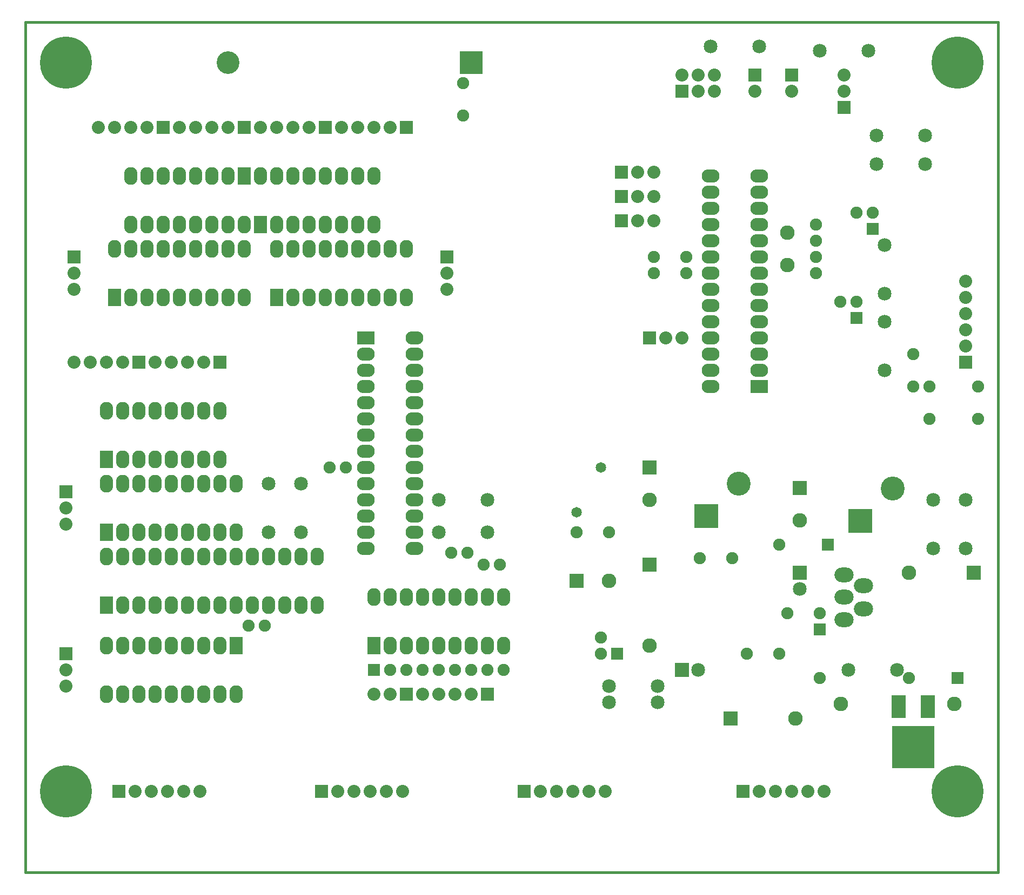
<source format=gbs>
G04 (created by PCBNEW-RS274X (2011-05-25)-stable) date Mon 06 Aug 2012 12:34:40 PM MDT*
G01*
G70*
G90*
%MOIN*%
G04 Gerber Fmt 3.4, Leading zero omitted, Abs format*
%FSLAX34Y34*%
G04 APERTURE LIST*
%ADD10C,0.006000*%
%ADD11C,0.015000*%
%ADD12R,0.140000X0.140000*%
%ADD13C,0.140000*%
%ADD14R,0.080000X0.080000*%
%ADD15C,0.080000*%
%ADD16O,0.110000X0.082000*%
%ADD17R,0.110000X0.082000*%
%ADD18O,0.082000X0.110000*%
%ADD19R,0.082000X0.110000*%
%ADD20C,0.090000*%
%ADD21R,0.090000X0.090000*%
%ADD22R,0.075000X0.075000*%
%ADD23C,0.075000*%
%ADD24R,0.085000X0.085000*%
%ADD25C,0.085000*%
%ADD26O,0.118400X0.090900*%
%ADD27C,0.320000*%
%ADD28R,0.085000X0.140000*%
%ADD29R,0.260000X0.260000*%
%ADD30R,0.147600X0.147600*%
%ADD31C,0.147600*%
%ADD32C,0.065000*%
G04 APERTURE END LIST*
G54D10*
G54D11*
X28250Y-64750D02*
X28250Y-62500D01*
X88250Y-64750D02*
X88250Y-62500D01*
X88250Y-61250D02*
X88250Y-62500D01*
X28250Y-62500D02*
X28250Y-60750D01*
X28250Y-12250D02*
X28250Y-62250D01*
X88250Y-12250D02*
X28250Y-12250D01*
X88250Y-62250D02*
X88250Y-12250D01*
X28250Y-64750D02*
X88250Y-64750D01*
G54D12*
X55750Y-14750D03*
G54D13*
X40750Y-14750D03*
G54D14*
X65000Y-23000D03*
G54D15*
X66000Y-23000D03*
X67000Y-23000D03*
G54D14*
X65000Y-24500D03*
G54D15*
X66000Y-24500D03*
X67000Y-24500D03*
G54D14*
X65000Y-21500D03*
G54D15*
X66000Y-21500D03*
X67000Y-21500D03*
G54D14*
X34000Y-59750D03*
G54D15*
X35000Y-59750D03*
X36000Y-59750D03*
X37000Y-59750D03*
X38000Y-59750D03*
X39000Y-59750D03*
G54D14*
X46500Y-59750D03*
G54D15*
X47500Y-59750D03*
X48500Y-59750D03*
X49500Y-59750D03*
X50500Y-59750D03*
X51500Y-59750D03*
G54D16*
X49250Y-32750D03*
X49250Y-33750D03*
X49250Y-34750D03*
X49250Y-35750D03*
X49250Y-36750D03*
X49250Y-37750D03*
X49250Y-38750D03*
X49250Y-39750D03*
X49250Y-40750D03*
X49250Y-41750D03*
X49250Y-42750D03*
X49250Y-43750D03*
X49250Y-44750D03*
G54D17*
X49250Y-31750D03*
G54D16*
X52250Y-44750D03*
X52250Y-43750D03*
X52250Y-42750D03*
X52250Y-41750D03*
X52250Y-40750D03*
X52250Y-39750D03*
X52250Y-38750D03*
X52250Y-37750D03*
X52250Y-36750D03*
X52250Y-35750D03*
X52250Y-34750D03*
X52250Y-33750D03*
X52250Y-32750D03*
X52250Y-31750D03*
G54D18*
X34250Y-48250D03*
X35250Y-48250D03*
X36250Y-48250D03*
X37250Y-48250D03*
X38250Y-48250D03*
X39250Y-48250D03*
X40250Y-48250D03*
X41250Y-48250D03*
X42250Y-48250D03*
X43250Y-48250D03*
X44250Y-48250D03*
X45250Y-48250D03*
X46250Y-48250D03*
G54D19*
X33250Y-48250D03*
G54D18*
X46250Y-45250D03*
X45250Y-45250D03*
X44250Y-45250D03*
X43250Y-45250D03*
X42250Y-45250D03*
X41250Y-45250D03*
X40250Y-45250D03*
X39250Y-45250D03*
X38250Y-45250D03*
X37250Y-45250D03*
X36250Y-45250D03*
X35250Y-45250D03*
X34250Y-45250D03*
X33250Y-45250D03*
G54D19*
X49750Y-50750D03*
G54D18*
X50750Y-50750D03*
X51750Y-50750D03*
X52750Y-50750D03*
X53750Y-50750D03*
X54750Y-50750D03*
X55750Y-50750D03*
X56750Y-50750D03*
X57750Y-50750D03*
X57750Y-47750D03*
X56750Y-47750D03*
X55750Y-47750D03*
X54750Y-47750D03*
X53750Y-47750D03*
X52750Y-47750D03*
X51750Y-47750D03*
X50750Y-47750D03*
X49750Y-47750D03*
G54D20*
X82750Y-46250D03*
G54D21*
X86750Y-46250D03*
G54D22*
X85750Y-52750D03*
G54D23*
X82750Y-52750D03*
X69000Y-26750D03*
X67000Y-26750D03*
X74750Y-51250D03*
X72750Y-51250D03*
X55250Y-18000D03*
X55250Y-16000D03*
X77000Y-26750D03*
X77000Y-27750D03*
X69850Y-45350D03*
X71850Y-45350D03*
X77000Y-25750D03*
X77000Y-24750D03*
G54D14*
X59000Y-59750D03*
G54D15*
X60000Y-59750D03*
X61000Y-59750D03*
X62000Y-59750D03*
X63000Y-59750D03*
X64000Y-59750D03*
G54D21*
X66750Y-39750D03*
G54D20*
X66750Y-41750D03*
G54D23*
X83000Y-34750D03*
X83000Y-32750D03*
G54D20*
X66750Y-50750D03*
G54D21*
X66750Y-45750D03*
G54D20*
X75750Y-55250D03*
G54D21*
X71750Y-55250D03*
G54D22*
X77250Y-49750D03*
G54D23*
X77250Y-52750D03*
G54D22*
X77750Y-44500D03*
G54D23*
X74750Y-44500D03*
G54D14*
X72500Y-59750D03*
G54D15*
X73500Y-59750D03*
X74500Y-59750D03*
X75500Y-59750D03*
X76500Y-59750D03*
X77500Y-59750D03*
G54D16*
X73500Y-33750D03*
X73500Y-32750D03*
X73500Y-31750D03*
X73500Y-30750D03*
X73500Y-29750D03*
X73500Y-28750D03*
X73500Y-27750D03*
X73500Y-26750D03*
X73500Y-25750D03*
X73500Y-24750D03*
X73500Y-23750D03*
X73500Y-22750D03*
X73500Y-21750D03*
G54D17*
X73500Y-34750D03*
G54D16*
X70500Y-21750D03*
X70500Y-22750D03*
X70500Y-23750D03*
X70500Y-24750D03*
X70500Y-25750D03*
X70500Y-26750D03*
X70500Y-27750D03*
X70500Y-28750D03*
X70500Y-29750D03*
X70500Y-30750D03*
X70500Y-31750D03*
X70500Y-32750D03*
X70500Y-33750D03*
X70500Y-34750D03*
G54D14*
X68750Y-16500D03*
G54D15*
X68750Y-15500D03*
X69750Y-16500D03*
X69750Y-15500D03*
X70750Y-16500D03*
X70750Y-15500D03*
G54D23*
X87000Y-34750D03*
X87000Y-36750D03*
X84000Y-34750D03*
X84000Y-36750D03*
G54D24*
X68750Y-52250D03*
G54D25*
X69750Y-52250D03*
G54D21*
X62250Y-46750D03*
G54D20*
X64250Y-46750D03*
G54D23*
X64250Y-43750D03*
X62250Y-43750D03*
G54D21*
X76000Y-41000D03*
G54D20*
X76000Y-43000D03*
G54D24*
X76000Y-46250D03*
G54D25*
X76000Y-47250D03*
G54D23*
X75250Y-48750D03*
X77250Y-48750D03*
X67000Y-27750D03*
X69000Y-27750D03*
G54D25*
X67250Y-54250D03*
X64250Y-54250D03*
X64250Y-53250D03*
X67250Y-53250D03*
X86250Y-41750D03*
X86250Y-44750D03*
X84250Y-44750D03*
X84250Y-41750D03*
X45250Y-43750D03*
X45250Y-40750D03*
X70500Y-13750D03*
X73500Y-13750D03*
G54D22*
X64750Y-51250D03*
G54D23*
X63750Y-51250D03*
X63750Y-50250D03*
G54D20*
X75250Y-25250D03*
X75250Y-27250D03*
G54D19*
X43750Y-29250D03*
G54D18*
X44750Y-29250D03*
X45750Y-29250D03*
X46750Y-29250D03*
X47750Y-29250D03*
X48750Y-29250D03*
X49750Y-29250D03*
X50750Y-29250D03*
X51750Y-29250D03*
X51750Y-26250D03*
X50750Y-26250D03*
X49750Y-26250D03*
X48750Y-26250D03*
X47750Y-26250D03*
X46750Y-26250D03*
X45750Y-26250D03*
X44750Y-26250D03*
X43750Y-26250D03*
G54D19*
X33750Y-29250D03*
G54D18*
X34750Y-29250D03*
X35750Y-29250D03*
X36750Y-29250D03*
X37750Y-29250D03*
X38750Y-29250D03*
X39750Y-29250D03*
X40750Y-29250D03*
X41750Y-29250D03*
X41750Y-26250D03*
X40750Y-26250D03*
X39750Y-26250D03*
X38750Y-26250D03*
X37750Y-26250D03*
X36750Y-26250D03*
X35750Y-26250D03*
X34750Y-26250D03*
X33750Y-26250D03*
G54D19*
X33250Y-43750D03*
G54D18*
X34250Y-43750D03*
X35250Y-43750D03*
X36250Y-43750D03*
X37250Y-43750D03*
X38250Y-43750D03*
X39250Y-43750D03*
X40250Y-43750D03*
X41250Y-43750D03*
X41250Y-40750D03*
X40250Y-40750D03*
X39250Y-40750D03*
X38250Y-40750D03*
X37250Y-40750D03*
X36250Y-40750D03*
X35250Y-40750D03*
X34250Y-40750D03*
X33250Y-40750D03*
G54D19*
X41250Y-50750D03*
G54D18*
X40250Y-50750D03*
X39250Y-50750D03*
X38250Y-50750D03*
X37250Y-50750D03*
X36250Y-50750D03*
X35250Y-50750D03*
X34250Y-50750D03*
X33250Y-50750D03*
X33250Y-53750D03*
X34250Y-53750D03*
X35250Y-53750D03*
X36250Y-53750D03*
X37250Y-53750D03*
X38250Y-53750D03*
X39250Y-53750D03*
X40250Y-53750D03*
X41250Y-53750D03*
G54D25*
X83750Y-21000D03*
X80750Y-21000D03*
X83750Y-19250D03*
X80750Y-19250D03*
X53750Y-43750D03*
X56750Y-43750D03*
G54D19*
X41750Y-21750D03*
G54D18*
X40750Y-21750D03*
X39750Y-21750D03*
X38750Y-21750D03*
X37750Y-21750D03*
X36750Y-21750D03*
X35750Y-21750D03*
X34750Y-21750D03*
X34750Y-24750D03*
X35750Y-24750D03*
X36750Y-24750D03*
X37750Y-24750D03*
X38750Y-24750D03*
X39750Y-24750D03*
X40750Y-24750D03*
X41750Y-24750D03*
G54D19*
X42750Y-24750D03*
G54D18*
X43750Y-24750D03*
X44750Y-24750D03*
X45750Y-24750D03*
X46750Y-24750D03*
X47750Y-24750D03*
X48750Y-24750D03*
X49750Y-24750D03*
X49750Y-21750D03*
X48750Y-21750D03*
X47750Y-21750D03*
X46750Y-21750D03*
X45750Y-21750D03*
X44750Y-21750D03*
X43750Y-21750D03*
X42750Y-21750D03*
G54D14*
X86250Y-33250D03*
G54D15*
X86250Y-32250D03*
X86250Y-31250D03*
X86250Y-30250D03*
X86250Y-29250D03*
X86250Y-28250D03*
G54D26*
X78754Y-47750D03*
X78754Y-46372D03*
X78754Y-49128D03*
X79935Y-48459D03*
X79935Y-47041D03*
G54D27*
X30750Y-14750D03*
X85750Y-14750D03*
X30750Y-59750D03*
X85750Y-59750D03*
G54D22*
X49750Y-52250D03*
G54D23*
X50750Y-52250D03*
X51750Y-52250D03*
X52750Y-52250D03*
X53750Y-52250D03*
X54750Y-52250D03*
X55750Y-52250D03*
X56750Y-52250D03*
X57750Y-52250D03*
G54D25*
X81250Y-29000D03*
X81250Y-26000D03*
X81250Y-30750D03*
X81250Y-33750D03*
X53750Y-41750D03*
X56750Y-41750D03*
X43250Y-43750D03*
X43250Y-40750D03*
G54D14*
X51750Y-53750D03*
G54D15*
X50750Y-53750D03*
X49750Y-53750D03*
G54D14*
X54250Y-26750D03*
G54D15*
X54250Y-27750D03*
X54250Y-28750D03*
G54D14*
X31250Y-26750D03*
G54D15*
X31250Y-27750D03*
X31250Y-28750D03*
G54D14*
X30750Y-41250D03*
G54D15*
X30750Y-42250D03*
X30750Y-43250D03*
G54D14*
X30750Y-51250D03*
G54D15*
X30750Y-52250D03*
X30750Y-53250D03*
G54D19*
X33250Y-39250D03*
G54D18*
X34250Y-39250D03*
X35250Y-39250D03*
X36250Y-39250D03*
X37250Y-39250D03*
X38250Y-39250D03*
X39250Y-39250D03*
X40250Y-39250D03*
X40250Y-36250D03*
X39250Y-36250D03*
X38250Y-36250D03*
X37250Y-36250D03*
X36250Y-36250D03*
X35250Y-36250D03*
X34250Y-36250D03*
X33250Y-36250D03*
G54D14*
X41750Y-18750D03*
G54D15*
X40750Y-18750D03*
X39750Y-18750D03*
X38750Y-18750D03*
X37750Y-18750D03*
G54D14*
X51750Y-18750D03*
G54D15*
X50750Y-18750D03*
X49750Y-18750D03*
X48750Y-18750D03*
X47750Y-18750D03*
G54D14*
X56750Y-53750D03*
G54D15*
X55750Y-53750D03*
X54750Y-53750D03*
X53750Y-53750D03*
X52750Y-53750D03*
G54D14*
X40250Y-33250D03*
G54D15*
X39250Y-33250D03*
X38250Y-33250D03*
X37250Y-33250D03*
X36250Y-33250D03*
G54D22*
X79500Y-30500D03*
G54D23*
X79500Y-29500D03*
X78500Y-29500D03*
G54D22*
X80500Y-25000D03*
G54D23*
X80500Y-24000D03*
X79500Y-24000D03*
G54D14*
X75500Y-15500D03*
G54D15*
X75500Y-16500D03*
G54D14*
X73250Y-15500D03*
G54D15*
X73250Y-16500D03*
G54D14*
X36750Y-18750D03*
G54D15*
X35750Y-18750D03*
X34750Y-18750D03*
X33750Y-18750D03*
X32750Y-18750D03*
G54D14*
X46750Y-18750D03*
G54D15*
X45750Y-18750D03*
X44750Y-18750D03*
X43750Y-18750D03*
X42750Y-18750D03*
G54D14*
X35250Y-33250D03*
G54D15*
X34250Y-33250D03*
X33250Y-33250D03*
X32250Y-33250D03*
X31250Y-33250D03*
G54D25*
X77250Y-14000D03*
X80250Y-14000D03*
G54D14*
X66750Y-31750D03*
G54D15*
X67750Y-31750D03*
X68750Y-31750D03*
G54D14*
X78750Y-17500D03*
G54D15*
X78750Y-16500D03*
X78750Y-15500D03*
G54D28*
X82100Y-54500D03*
G54D29*
X83000Y-57000D03*
G54D28*
X83900Y-54500D03*
G54D20*
X78550Y-54350D03*
X85550Y-54350D03*
G54D30*
X70250Y-42750D03*
G54D31*
X72250Y-40750D03*
G54D30*
X79750Y-43050D03*
G54D31*
X81750Y-41050D03*
G54D23*
X42000Y-49500D03*
X43000Y-49500D03*
X48000Y-39750D03*
X47000Y-39750D03*
X54500Y-45000D03*
X55500Y-45000D03*
X56500Y-45750D03*
X57500Y-45750D03*
G54D25*
X79000Y-52250D03*
X82000Y-52250D03*
G54D32*
X63750Y-39750D03*
X62250Y-42500D03*
M02*

</source>
